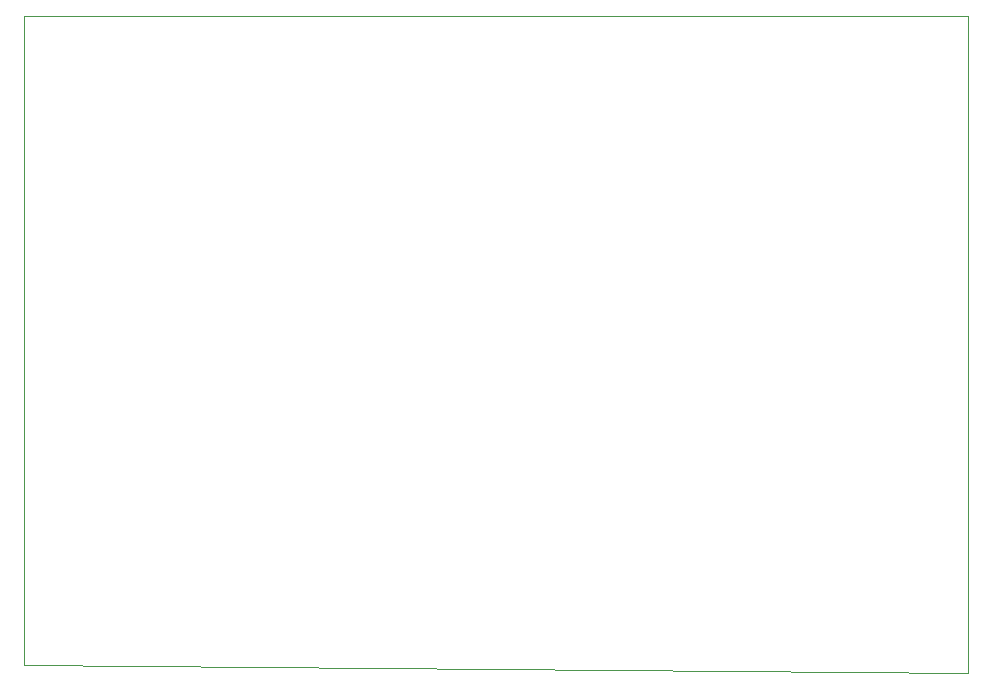
<source format=gbr>
G04 EAGLE Gerber RS-274X export*
G75*
%MOIN*%
%FSLAX35Y35*%
%LPD*%
%INOutline*%
%IPPOS*%
%AMOC8*
5,1,8,0,0,1.08239X$1,22.5*%
G01*
G04 Define Apertures*
%ADD10C,0.000000*%
D10*
X317500Y177500D02*
X632421Y175000D01*
X632421Y393701D01*
X317500Y393701D01*
X317500Y177500D01*
M02*

</source>
